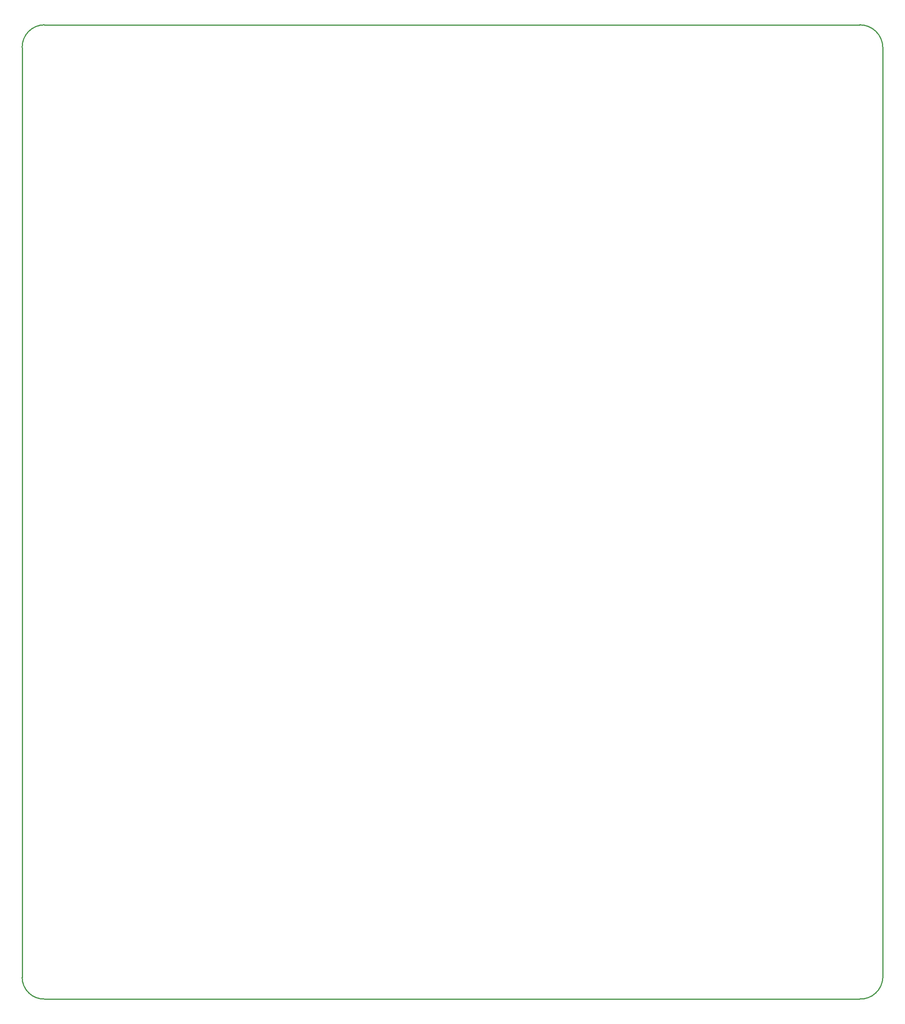
<source format=gbo>
G04*
G04 #@! TF.GenerationSoftware,Altium Limited,Altium Designer,21.0.9 (235)*
G04*
G04 Layer_Color=32896*
%FSLAX25Y25*%
%MOIN*%
G70*
G04*
G04 #@! TF.SameCoordinates,9EEF2FA0-A7D9-48CE-A635-C582822CA6DE*
G04*
G04*
G04 #@! TF.FilePolarity,Positive*
G04*
G01*
G75*
%ADD13C,0.01000*%
D13*
X19685Y846457D02*
G03*
X500Y826772I250J-19435D01*
G01*
X748032D02*
G03*
X727846Y846457I-19935J-250D01*
G01*
Y1000D02*
G03*
X748032Y19685I750J19435D01*
G01*
X500D02*
G03*
X19685Y1000I18935J250D01*
G01*
X748032Y374016D02*
Y826772D01*
X374016Y846457D02*
X728346D01*
X19685D02*
X374016D01*
X500Y472441D02*
Y826772D01*
X748032Y19685D02*
Y374016D01*
X374016Y1000D02*
X727846D01*
X500Y19685D02*
Y472441D01*
X19685Y1000D02*
X374016D01*
M02*

</source>
